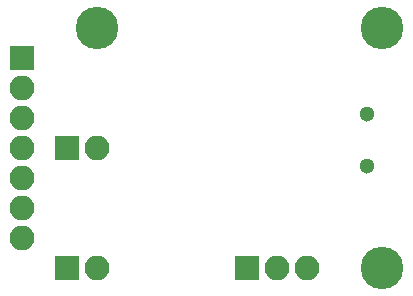
<source format=gbr>
G04 #@! TF.FileFunction,Soldermask,Bot*
%FSLAX46Y46*%
G04 Gerber Fmt 4.6, Leading zero omitted, Abs format (unit mm)*
G04 Created by KiCad (PCBNEW 4.0.7) date 11/13/18 10:50:41*
%MOMM*%
%LPD*%
G01*
G04 APERTURE LIST*
%ADD10C,0.100000*%
%ADD11C,1.300000*%
%ADD12C,3.600000*%
%ADD13R,2.100000X2.100000*%
%ADD14O,2.100000X2.100000*%
G04 APERTURE END LIST*
D10*
D11*
X175220000Y-109510000D03*
X175220000Y-105110000D03*
D12*
X152400000Y-97790000D03*
X176530000Y-118110000D03*
D13*
X149860000Y-107950000D03*
D14*
X152400000Y-107950000D03*
D13*
X149860000Y-118110000D03*
D14*
X152400000Y-118110000D03*
D13*
X165100000Y-118110000D03*
D14*
X167640000Y-118110000D03*
X170180000Y-118110000D03*
D13*
X146050000Y-100330000D03*
D14*
X146050000Y-102870000D03*
X146050000Y-105410000D03*
X146050000Y-107950000D03*
X146050000Y-110490000D03*
X146050000Y-113030000D03*
X146050000Y-115570000D03*
D12*
X176530000Y-97790000D03*
M02*

</source>
